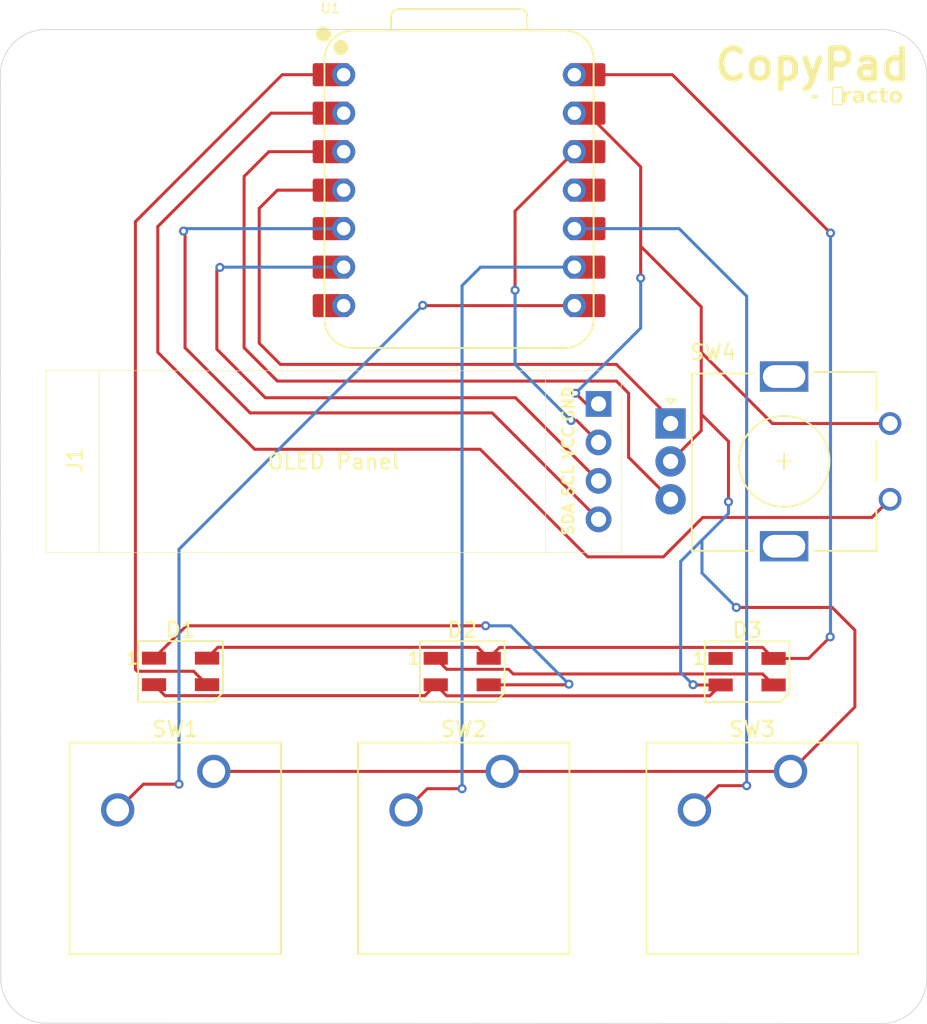
<source format=kicad_pcb>
(kicad_pcb (version 20241229) (generator "pcbnew") (generator_version "9.0")
  (layers (0 "F.Cu" signal) (2 "B.Cu" signal) (13 "F.Paste" user) (15 "B.Paste" user) (5 "F.SilkS" user "F.Silkscreen") (7 "B.SilkS" user "B.Silkscreen") (1 "F.Mask" user) (3 "B.Mask" user) (25 "Edge.Cuts" user))
  (net 0 "")
  (net 1 "+5V")
  (net 2 "Net-(U1-GPIO1{slash}RX)")
  (net 3 "GND")
  (net 4 "Net-(U1-GPIO2{slash}SCK)")
  (net 5 "Net-(U1-GPIO4{slash}MISO)")
  (net 6 "Net-(J1-SDA)")
  (net 8 "+3.3V")
  (net 9 "Net-(J1-SCL)")
  (net 10 "Net-(U1-GPIO29{slash}ADC3{slash}A3)")
  (net 11 "Net-(U1-GPIO28{slash}ADC2{slash}A2)")
  (net 13 "Net-(U1-GPIO27{slash}ADC1{slash}A1)")
  (net 14 "Net-(D1-DOUT)")
  (net 15 "Net-(D1-DIN)")
  (net 16 "Net-(D2-DOUT)")
  (footprint "OPL:XIAO-RP2040-DIP" (layer "F.Cu") (at 136.2 73.6)
    (property "Reference" "U1" (at -8.5 -12 0) (layer "F.SilkS") (effects (font (size 0.635 0.635) (thickness 0.1016))))
    (property "Value" "XIAO-RP2040-DIP")
    (fp_line (start -8.89 8.509) (end -8.89 -8.636) (stroke (width 0.127)) (layer "F.SilkS"))
    (fp_line (start -6.985 10.414) (end 6.985 10.414) (stroke (width 0.127)) (layer "F.SilkS"))
    (fp_line (start -4.495 -10.541) (end -4.491272 -11.451272) (stroke (width 0.127)) (layer "F.SilkS"))
    (fp_line (start -3.991272 -11.951) (end 4.004 -11.951) (stroke (width 0.127)) (layer "F.SilkS"))
    (fp_line (start 4.504 -11.451) (end 4.504 -10.541) (stroke (width 0.127)) (layer "F.SilkS"))
    (fp_line (start 6.985 -10.541) (end -6.985 -10.541) (stroke (width 0.1)) (layer "F.SilkS"))
    (fp_line (start 6.985 -10.541) (end -6.985 -10.541) (stroke (width 0.127)) (layer "F.SilkS"))
    (fp_line (start 8.89 8.509) (end 8.89 -8.636) (stroke (width 0.127)) (layer "F.SilkS"))
    (fp_arc (start -8.89 -8.636) (mid -8.332038 -9.983038) (end -6.985 -10.541) (stroke (width 0.127)) (layer "F.SilkS"))
    (fp_arc (start -6.985 10.414) (mid -8.332038 9.856038) (end -8.89 8.509) (stroke (width 0.127)) (layer "F.SilkS"))
    (fp_arc (start -4.491272 -11.451272) (mid -4.344728 -11.80464) (end -3.991272 -11.951) (stroke (width 0.127)) (layer "F.SilkS"))
    (fp_arc (start 4.004 -11.951) (mid 4.357553 -11.804553) (end 4.504 -11.451) (stroke (width 0.127)) (layer "F.SilkS"))
    (fp_arc (start 6.985 -10.541) (mid 8.332038 -9.983038) (end 8.89 -8.636) (stroke (width 0.127)) (layer "F.SilkS"))
    (fp_arc (start 8.89 8.509) (mid 8.332038 9.856038) (end 6.985 10.414) (stroke (width 0.127)) (layer "F.SilkS"))
    (fp_circle (center -8.95 -10.3) (end -8.95 -10.554) (stroke (width 0.5)) (fill yes) (layer "F.SilkS"))
    (fp_circle (center -7.807 -9.42) (end -7.807 -9.674) (stroke (width 0.5)) (fill yes) (layer "F.SilkS"))
    (pad "1" smd roundrect (at -8.455 -7.62 180) (size 2.432 1.524) (layers "F.Cu" "F.Mask") (roundrect_rratio 0.1) (net 15 "Net-(D1-DIN)"))
    (pad "1" thru_hole circle (at -7.62 -7.62 180) (size 1.524 1.524) (drill 0.889) (layers "*.Cu" "*.Mask") (net 15 "Net-(D1-DIN)"))
    (pad "2" smd roundrect (at -8.455 -5.08 180) (size 2.432 1.524) (layers "F.Cu" "F.Mask") (roundrect_rratio 0.1) (net 13 "Net-(U1-GPIO27{slash}ADC1{slash}A1)"))
    (pad "2" thru_hole circle (at -7.62 -5.08 180) (size 1.524 1.524) (drill 0.889) (layers "*.Cu" "*.Mask") (net 13 "Net-(U1-GPIO27{slash}ADC1{slash}A1)"))
    (pad "3" smd roundrect (at -8.455 -2.54 180) (size 2.432 1.524) (layers "F.Cu" "F.Mask") (roundrect_rratio 0.1) (net 11 "Net-(U1-GPIO28{slash}ADC2{slash}A2)"))
    (pad "3" thru_hole circle (at -7.62 -2.54 180) (size 1.524 1.524) (drill 0.889) (layers "*.Cu" "*.Mask") (net 11 "Net-(U1-GPIO28{slash}ADC2{slash}A2)"))
    (pad "4" smd roundrect (at -8.455 0 180) (size 2.432 1.524) (layers "F.Cu" "F.Mask") (roundrect_rratio 0.1) (net 10 "Net-(U1-GPIO29{slash}ADC3{slash}A3)"))
    (pad "4" thru_hole circle (at -7.62 0 180) (size 1.524 1.524) (drill 0.889) (layers "*.Cu" "*.Mask") (net 10 "Net-(U1-GPIO29{slash}ADC3{slash}A3)"))
    (pad "5" smd roundrect (at -8.455 2.54 180) (size 2.432 1.524) (layers "F.Cu" "F.Mask") (roundrect_rratio 0.1) (net 6 "Net-(J1-SDA)"))
    (pad "5" thru_hole circle (at -7.62 2.54 180) (size 1.524 1.524) (drill 0.889) (layers "*.Cu" "*.Mask") (net 6 "Net-(J1-SDA)"))
    (pad "6" smd roundrect (at -8.455 5.08 180) (size 2.432 1.524) (layers "F.Cu" "F.Mask") (roundrect_rratio 0.1) (net 9 "Net-(J1-SCL)"))
    (pad "6" thru_hole circle (at -7.62 5.08 180) (size 1.524 1.524) (drill 0.889) (layers "*.Cu" "*.Mask") (net 9 "Net-(J1-SCL)"))
    (pad "7" smd roundrect (at -8.455 7.62 180) (size 2.432 1.524) (layers "F.Cu" "F.Mask") (roundrect_rratio 0.1))
    (pad "7" thru_hole circle (at -7.62 7.62 180) (size 1.524 1.524) (drill 0.889) (layers "*.Cu" "*.Mask"))
    (pad "8" thru_hole circle (at 7.62 7.62) (size 1.524 1.524) (drill 0.889) (layers "*.Cu" "*.Mask") (net 2 "Net-(U1-GPIO1{slash}RX)"))
    (pad "8" smd roundrect (at 8.455 7.62) (size 2.432 1.524) (layers "F.Cu" "F.Mask") (roundrect_rratio 0.1) (net 2 "Net-(U1-GPIO1{slash}RX)"))
    (pad "9" thru_hole circle (at 7.62 5.08) (size 1.524 1.524) (drill 0.889) (layers "*.Cu" "*.Mask") (net 4 "Net-(U1-GPIO2{slash}SCK)"))
    (pad "9" smd roundrect (at 8.455 5.08) (size 2.432 1.524) (layers "F.Cu" "F.Mask") (roundrect_rratio 0.1) (net 4 "Net-(U1-GPIO2{slash}SCK)"))
    (pad "10" thru_hole circle (at 7.62 2.54) (size 1.524 1.524) (drill 0.889) (layers "*.Cu" "*.Mask") (net 5 "Net-(U1-GPIO4{slash}MISO)"))
    (pad "10" smd roundrect (at 8.455 2.54) (size 2.432 1.524) (layers "F.Cu" "F.Mask") (roundrect_rratio 0.1) (net 5 "Net-(U1-GPIO4{slash}MISO)"))
    (pad "11" thru_hole circle (at 7.62 0) (size 1.524 1.524) (drill 0.889) (layers "*.Cu" "*.Mask"))
    (pad "11" smd roundrect (at 8.455 0) (size 2.432 1.524) (layers "F.Cu" "F.Mask") (roundrect_rratio 0.1))
    (pad "12" thru_hole circle (at 7.62 -2.54) (size 1.524 1.524) (drill 0.889) (layers "*.Cu" "*.Mask") (net 8 "+3.3V"))
    (pad "12" smd roundrect (at 8.455 -2.54) (size 2.432 1.524) (layers "F.Cu" "F.Mask") (roundrect_rratio 0.1) (net 8 "+3.3V"))
    (pad "13" thru_hole circle (at 7.62 -5.08) (size 1.524 1.524) (drill 0.889) (layers "*.Cu" "*.Mask") (net 3 "GND"))
    (pad "13" smd roundrect (at 8.455 -5.08) (size 2.432 1.524) (layers "F.Cu" "F.Mask") (roundrect_rratio 0.1) (net 3 "GND"))
    (pad "14" thru_hole circle (at 7.62 -7.62) (size 1.524 1.524) (drill 0.889) (layers "*.Cu" "*.Mask") (net 1 "+5V"))
    (pad "14" smd roundrect (at 8.455 -7.62) (size 2.432 1.524) (layers "F.Cu" "F.Mask") (roundrect_rratio 0.1) (net 1 "+5V"))
  )
  (footprint "RotaryEncoder:RotaryEncoder_Alps_EC11E_Vertical_H20mm" (layer "F.Cu") (at 150.175 89)
    (property "Reference" "SW4" (at 2.8 -4.7 0) (layer "F.SilkS"))
    (property "Value" "RotaryEncoder_Switch")
    (fp_line (start -0.3 -1.6) (end 0.3 -1.6) (stroke (width 0.12)) (layer "F.SilkS"))
    (fp_line (start 0 -1.3) (end -0.3 -1.6) (stroke (width 0.12)) (layer "F.SilkS"))
    (fp_line (start 0.3 -1.6) (end 0 -1.3) (stroke (width 0.12)) (layer "F.SilkS"))
    (fp_line (start 1.4 -3.3) (end 1.4 8.4) (stroke (width 0.12)) (layer "F.SilkS"))
    (fp_line (start 5.5 -3.3) (end 1.4 -3.3) (stroke (width 0.12)) (layer "F.SilkS"))
    (fp_line (start 5.5 8.4) (end 1.4 8.4) (stroke (width 0.12)) (layer "F.SilkS"))
    (fp_line (start 7 2.5) (end 8 2.5) (stroke (width 0.12)) (layer "F.SilkS"))
    (fp_line (start 7.5 2) (end 7.5 3) (stroke (width 0.12)) (layer "F.SilkS"))
    (fp_line (start 9.5 -3.4) (end 13.6 -3.4) (stroke (width 0.12)) (layer "F.SilkS"))
    (fp_line (start 13.6 -3.4) (end 13.6 -0.8) (stroke (width 0.12)) (layer "F.SilkS"))
    (fp_line (start 13.6 1.2) (end 13.6 3.8) (stroke (width 0.12)) (layer "F.SilkS"))
    (fp_line (start 13.6 5.8) (end 13.6 8.4) (stroke (width 0.12)) (layer "F.SilkS"))
    (fp_line (start 13.6 8.4) (end 9.5 8.4) (stroke (width 0.12)) (layer "F.SilkS"))
    (fp_circle (center 7.5 2.5) (end 10.5 2.5) (stroke (width 0.12)) (fill no) (layer "F.SilkS"))
    (pad "A" thru_hole rect (at 0 0) (size 2 2) (drill 1) (layers "*.Cu" "*.Mask") (net 10 "Net-(U1-GPIO29{slash}ADC3{slash}A3)"))
    (pad "B" thru_hole circle (at 0 5) (size 2 2) (drill 1) (layers "*.Cu" "*.Mask") (net 11 "Net-(U1-GPIO28{slash}ADC2{slash}A2)"))
    (pad "C" thru_hole circle (at 0 2.5) (size 2 2) (drill 1) (layers "*.Cu" "*.Mask") (net 3 "GND"))
    (pad "MP" thru_hole rect (at 7.5 -3.1) (size 3.2 2) (drill oval 2.8 1.5) (layers "*.Cu" "*.Mask"))
    (pad "MP" thru_hole rect (at 7.5 8.1) (size 3.2 2) (drill oval 2.8 1.5) (layers "*.Cu" "*.Mask"))
    (pad "S1" thru_hole circle (at 14.5 0) (size 1.5 1.5) (drill 1) (layers "*.Cu" "*.Mask") (net 3 "GND"))
    (pad "S2" thru_hole circle (at 14.5 5) (size 1.5 1.5) (drill 1) (layers "*.Cu" "*.Mask") (net 13 "Net-(U1-GPIO27{slash}ADC1{slash}A1)"))
  )
  (footprint "LED_SMD:LED_SK6812MINI_PLCC4_3.5x3.5mm_P1.75mm" (layer "F.Cu") (at 117.8 105.36)
    (property "Reference" "D1" (at 0 -2.75 0) (layer "F.SilkS"))
    (property "Value" "SK6812MINI")
    (fp_line (start -2.8 -2) (end -2.8 2) (stroke (width 0.12)) (layer "F.SilkS"))
    (fp_line (start -2.8 -2) (end 2.8 -2) (stroke (width 0.12)) (layer "F.SilkS"))
    (fp_line (start -2.8 2) (end 2.2 2) (stroke (width 0.12)) (layer "F.SilkS"))
    (fp_line (start 2.8 1.4) (end 2.2 2) (stroke (width 0.12)) (layer "F.SilkS"))
    (fp_line (start 2.8 1.4) (end 2.8 -2) (stroke (width 0.12)) (layer "F.SilkS"))
    (fp_text user "1" (at -3.2 -0.875 0) (layer "F.SilkS") (effects (font (size 0.8 0.8))))
    (pad "1" smd rect (at -1.75 -0.875) (size 1.6 0.85) (layers "F.Cu" "F.Mask" "F.Paste") (net 14 "Net-(D1-DOUT)"))
    (pad "2" smd rect (at -1.75 0.875) (size 1.6 0.85) (layers "F.Cu" "F.Mask" "F.Paste") (net 3 "GND"))
    (pad "3" smd rect (at 1.75 0.875) (size 1.6 0.85) (layers "F.Cu" "F.Mask" "F.Paste") (net 15 "Net-(D1-DIN)"))
    (pad "4" smd rect (at 1.75 -0.875) (size 1.6 0.85) (layers "F.Cu" "F.Mask" "F.Paste") (net 1 "+5V"))
  )
  (footprint "LED_SMD:LED_SK6812MINI_PLCC4_3.5x3.5mm_P1.75mm" (layer "F.Cu") (at 136.41 105.37)
    (property "Reference" "D2" (at 0 -2.75 0) (layer "F.SilkS"))
    (property "Value" "SK6812MINI")
    (fp_line (start -2.8 -2) (end -2.8 2) (stroke (width 0.12)) (layer "F.SilkS"))
    (fp_line (start -2.8 -2) (end 2.8 -2) (stroke (width 0.12)) (layer "F.SilkS"))
    (fp_line (start -2.8 2) (end 2.2 2) (stroke (width 0.12)) (layer "F.SilkS"))
    (fp_line (start 2.8 1.4) (end 2.2 2) (stroke (width 0.12)) (layer "F.SilkS"))
    (fp_line (start 2.8 1.4) (end 2.8 -2) (stroke (width 0.12)) (layer "F.SilkS"))
    (fp_text user "1" (at -3.2 -0.875 0) (layer "F.SilkS") (effects (font (size 0.8 0.8))))
    (pad "1" smd rect (at -1.75 -0.875) (size 1.6 0.85) (layers "F.Cu" "F.Mask" "F.Paste") (net 16 "Net-(D2-DOUT)"))
    (pad "2" smd rect (at -1.75 0.875) (size 1.6 0.85) (layers "F.Cu" "F.Mask" "F.Paste") (net 3 "GND"))
    (pad "3" smd rect (at 1.75 0.875) (size 1.6 0.85) (layers "F.Cu" "F.Mask" "F.Paste") (net 14 "Net-(D1-DOUT)"))
    (pad "4" smd rect (at 1.75 -0.875) (size 1.6 0.85) (layers "F.Cu" "F.Mask" "F.Paste") (net 1 "+5V"))
  )
  (footprint "Button_Switch_Keyboard:SW_Cherry_MX_1.00u_PCB" (layer "F.Cu") (at 120 111.96)
    (property "Reference" "SW1" (at -2.54 -2.794 0) (layer "F.SilkS"))
    (property "Value" "SW_Push")
    (fp_line (start -9.525 -1.905) (end 4.445 -1.905) (stroke (width 0.12)) (layer "F.SilkS"))
    (fp_line (start -9.525 12.065) (end -9.525 -1.905) (stroke (width 0.12)) (layer "F.SilkS"))
    (fp_line (start 4.445 -1.905) (end 4.445 12.065) (stroke (width 0.12)) (layer "F.SilkS"))
    (fp_line (start 4.445 12.065) (end -9.525 12.065) (stroke (width 0.12)) (layer "F.SilkS"))
    (pad "" np_thru_hole circle (at -7.62 5.08) (size 1.7 1.7) (drill 1.7) (layers "*.Cu" "*.Mask"))
    (pad "" np_thru_hole circle (at -2.54 5.08) (size 4 4) (drill 4) (layers "*.Cu" "*.Mask"))
    (pad "" np_thru_hole circle (at 2.54 5.08) (size 1.7 1.7) (drill 1.7) (layers "*.Cu" "*.Mask"))
    (pad "1" thru_hole circle (at 0 0) (size 2.2 2.2) (drill 1.5) (layers "*.Cu" "*.Mask") (net 3 "GND"))
    (pad "2" thru_hole circle (at -6.35 2.54) (size 2.2 2.2) (drill 1.5) (layers "*.Cu" "*.Mask") (net 2 "Net-(U1-GPIO1{slash}RX)"))
  )
  (footprint "Button_Switch_Keyboard:SW_Cherry_MX_1.00u_PCB" (layer "F.Cu") (at 158.1 111.96)
    (property "Reference" "SW3" (at -2.54 -2.794 0) (layer "F.SilkS"))
    (property "Value" "SW_Push")
    (fp_line (start -9.525 -1.905) (end 4.445 -1.905) (stroke (width 0.12)) (layer "F.SilkS"))
    (fp_line (start -9.525 12.065) (end -9.525 -1.905) (stroke (width 0.12)) (layer "F.SilkS"))
    (fp_line (start 4.445 -1.905) (end 4.445 12.065) (stroke (width 0.12)) (layer "F.SilkS"))
    (fp_line (start 4.445 12.065) (end -9.525 12.065) (stroke (width 0.12)) (layer "F.SilkS"))
    (pad "" np_thru_hole circle (at -7.62 5.08) (size 1.7 1.7) (drill 1.7) (layers "*.Cu" "*.Mask"))
    (pad "" np_thru_hole circle (at -2.54 5.08) (size 4 4) (drill 4) (layers "*.Cu" "*.Mask"))
    (pad "" np_thru_hole circle (at 2.54 5.08) (size 1.7 1.7) (drill 1.7) (layers "*.Cu" "*.Mask"))
    (pad "1" thru_hole circle (at 0 0) (size 2.2 2.2) (drill 1.5) (layers "*.Cu" "*.Mask") (net 3 "GND"))
    (pad "2" thru_hole circle (at -6.35 2.54) (size 2.2 2.2) (drill 1.5) (layers "*.Cu" "*.Mask") (net 5 "Net-(U1-GPIO4{slash}MISO)"))
  )
  (footprint "OLED:SSD1306-0.91-OLED-4pin-128x32" (layer "F.Cu") (at 108.915 85.515)
    (property "Reference" "J1" (at 1.9 5.91 90) (layer "F.SilkS"))
    (property "Value" "OLED_128x32")
    (fp_line (start 0 0) (end 0 12) (stroke (width 0.04)) (layer "F.SilkS"))
    (fp_line (start 0 12) (end 38 12) (stroke (width 0.04)) (layer "F.SilkS"))
    (fp_line (start 3.5 0) (end 3.5 12) (stroke (width 0.04)) (layer "F.SilkS"))
    (fp_line (start 33 0) (end 33 12) (stroke (width 0.04)) (layer "F.SilkS"))
    (fp_line (start 38 0) (end 0 0) (stroke (width 0.04)) (layer "F.SilkS"))
    (fp_line (start 38 12) (end 38 0) (stroke (width 0.04)) (layer "F.SilkS"))
    (fp_text user "OLED Panel" (at 19 6 0) (layer "F.SilkS"))
    (fp_text user "VCC" (at 34.5 4.73 270) (layer "F.SilkS") (effects (font (size 0.75 0.75))))
    (fp_text user "SDA" (at 34.5 9.81 270) (layer "F.SilkS") (effects (font (size 0.75 0.75))))
    (fp_text user "SCL" (at 34.5 7.27 270) (layer "F.SilkS") (effects (font (size 0.75 0.75))))
    (fp_text user "GND" (at 34.5 2.19 270) (layer "F.SilkS") (effects (font (size 0.75 0.75))))
    (pad "1" thru_hole rect (at 36.5 2.19) (size 1.7 1.7) (drill 1) (layers "*.Cu" "*.Mask") (net 3 "GND"))
    (pad "2" thru_hole oval (at 36.5 4.73) (size 1.7 1.7) (drill 1) (layers "*.Cu" "*.Mask") (net 8 "+3.3V"))
    (pad "3" thru_hole oval (at 36.5 7.27) (size 1.7 1.7) (drill 1) (layers "*.Cu" "*.Mask") (net 9 "Net-(J1-SCL)"))
    (pad "4" thru_hole oval (at 36.5 9.81) (size 1.7 1.7) (drill 1) (layers "*.Cu" "*.Mask") (net 6 "Net-(J1-SDA)"))
  )
  (footprint "LED_SMD:LED_SK6812MINI_PLCC4_3.5x3.5mm_P1.75mm" (layer "F.Cu") (at 155.23 105.38)
    (property "Reference" "D3" (at 0 -2.75 0) (layer "F.SilkS"))
    (property "Value" "SK6812MINI")
    (fp_line (start -2.8 -2) (end -2.8 2) (stroke (width 0.12)) (layer "F.SilkS"))
    (fp_line (start -2.8 -2) (end 2.8 -2) (stroke (width 0.12)) (layer "F.SilkS"))
    (fp_line (start -2.8 2) (end 2.2 2) (stroke (width 0.12)) (layer "F.SilkS"))
    (fp_line (start 2.8 1.4) (end 2.2 2) (stroke (width 0.12)) (layer "F.SilkS"))
    (fp_line (start 2.8 1.4) (end 2.8 -2) (stroke (width 0.12)) (layer "F.SilkS"))
    (fp_text user "1" (at -3.2 -0.875 0) (layer "F.SilkS") (effects (font (size 0.8 0.8))))
    (pad "1" smd rect (at -1.75 -0.875) (size 1.6 0.85) (layers "F.Cu" "F.Mask" "F.Paste"))
    (pad "2" smd rect (at -1.75 0.875) (size 1.6 0.85) (layers "F.Cu" "F.Mask" "F.Paste") (net 3 "GND"))
    (pad "3" smd rect (at 1.75 0.875) (size 1.6 0.85) (layers "F.Cu" "F.Mask" "F.Paste") (net 16 "Net-(D2-DOUT)"))
    (pad "4" smd rect (at 1.75 -0.875) (size 1.6 0.85) (layers "F.Cu" "F.Mask" "F.Paste") (net 1 "+5V"))
  )
  (footprint "Button_Switch_Keyboard:SW_Cherry_MX_1.00u_PCB" (layer "F.Cu") (at 139.05 111.96)
    (property "Reference" "SW2" (at -2.54 -2.794 0) (layer "F.SilkS"))
    (property "Value" "SW_Push")
    (fp_line (start -9.525 -1.905) (end 4.445 -1.905) (stroke (width 0.12)) (layer "F.SilkS"))
    (fp_line (start -9.525 12.065) (end -9.525 -1.905) (stroke (width 0.12)) (layer "F.SilkS"))
    (fp_line (start 4.445 -1.905) (end 4.445 12.065) (stroke (width 0.12)) (layer "F.SilkS"))
    (fp_line (start 4.445 12.065) (end -9.525 12.065) (stroke (width 0.12)) (layer "F.SilkS"))
    (pad "" np_thru_hole circle (at -7.62 5.08) (size 1.7 1.7) (drill 1.7) (layers "*.Cu" "*.Mask"))
    (pad "" np_thru_hole circle (at -2.54 5.08) (size 4 4) (drill 4) (layers "*.Cu" "*.Mask"))
    (pad "" np_thru_hole circle (at 2.54 5.08) (size 1.7 1.7) (drill 1.7) (layers "*.Cu" "*.Mask"))
    (pad "1" thru_hole circle (at 0 0) (size 2.2 2.2) (drill 1.5) (layers "*.Cu" "*.Mask") (net 3 "GND"))
    (pad "2" thru_hole circle (at -6.35 2.54) (size 2.2 2.2) (drill 1.5) (layers "*.Cu" "*.Mask") (net 4 "Net-(U1-GPIO2{slash}SCK)"))
  )
  (gr_line (start 167.1 66) (end 167.1 125.6) (stroke (width 0.05)) (layer "Edge.Cuts"))
  (gr_arc (start 108.9 128.573214) (mid 106.79762 127.70238) (end 105.926786 125.6) (stroke (width 0.05)) (layer "Edge.Cuts"))
  (gr_line (start 108.9 128.573214) (end 164.1 128.6) (stroke (width 0.05)) (layer "Edge.Cuts"))
  (gr_arc (start 105.9 66) (mid 106.77868 63.87868) (end 108.9 63) (stroke (width 0.05)) (layer "Edge.Cuts"))
  (gr_arc (start 164.1 63) (mid 166.22132 63.87868) (end 167.1 66) (stroke (width 0.05)) (layer "Edge.Cuts"))
  (gr_line (start 164.1 63) (end 108.9 63) (stroke (width 0.05)) (layer "Edge.Cuts"))
  (gr_line (start 105.9 66) (end 105.926786 125.6) (stroke (width 0.05)) (layer "Edge.Cuts"))
  (gr_arc (start 167.1 125.6) (mid 166.22132 127.72132) (end 164.1 128.6) (stroke (width 0.05)) (layer "Edge.Cuts"))
  (gr_text "ヴ" (at 160.79 67.93 0) (layer "F.SilkS") (effects (font (size 1 1) (thickness 0.2) (bold yes)) (justify left bottom)))
  (gr_text "-   racto" (at 159.4 68 0) (layer "F.SilkS") (effects (font (size 1 1) (thickness 0.2) (bold yes)) (justify left bottom)))
  (gr_text "CopyPad" (at 152.9 66.5 0) (layer "F.SilkS") (effects (font (size 2 2) (thickness 0.4) (bold yes)) (justify left bottom)))
  (segment (start 137.434 103.769) (end 138.16 104.495) (width 0.2) (layer "F.Cu") (net 1))
  (segment (start 160.74 76.43) (end 150.29 65.98) (width 0.2) (layer "F.Cu") (net 1))
  (segment (start 150.29 65.98) (end 143.82 65.98) (width 0.2) (layer "F.Cu") (net 1))
  (segment (start 119.55 104.485) (end 120.266 103.769) (width 0.2) (layer "F.Cu") (net 1))
  (segment (start 159.295 104.505) (end 160.72 103.08) (width 0.2) (layer "F.Cu") (net 1))
  (segment (start 138.16 104.495) (end 138.876 103.779) (width 0.2) (layer "F.Cu") (net 1))
  (segment (start 156.98 104.505) (end 159.295 104.505) (width 0.2) (layer "F.Cu") (net 1))
  (segment (start 120.266 103.769) (end 137.434 103.769) (width 0.2) (layer "F.Cu") (net 1))
  (segment (start 138.876 103.779) (end 156.254 103.779) (width 0.2) (layer "F.Cu") (net 1))
  (segment (start 156.254 103.779) (end 156.98 104.505) (width 0.2) (layer "F.Cu") (net 1))
  (via (at 160.74 76.43) (size 0.6) (drill 0.3) (layers "F.Cu" "B.Cu") (net 1))
  (via (at 160.72 103.08) (size 0.6) (drill 0.3) (layers "F.Cu" "B.Cu") (net 1))
  (segment (start 160.74 103.06) (end 160.74 76.43) (width 0.2) (layer "B.Cu") (net 1))
  (segment (start 160.72 103.08) (end 160.74 103.06) (width 0.2) (layer "B.Cu") (net 1))
  (segment (start 133.8 81.2) (end 133.82 81.22) (width 0.2) (layer "F.Cu") (net 2))
  (segment (start 133.82 81.22) (end 143.82 81.22) (width 0.2) (layer "F.Cu") (net 2))
  (segment (start 115.35 112.8) (end 117.7 112.8) (width 0.2) (layer "F.Cu") (net 2))
  (segment (start 113.65 114.5) (end 115.35 112.8) (width 0.2) (layer "F.Cu") (net 2))
  (via (at 133.8 81.2) (size 0.6) (drill 0.3) (layers "F.Cu" "B.Cu") (net 2))
  (via (at 117.7 112.8) (size 0.6) (drill 0.3) (layers "F.Cu" "B.Cu") (net 2))
  (segment (start 117.7 97.3) (end 133.8 81.2) (width 0.2) (layer "B.Cu") (net 2))
  (segment (start 117.7 112.8) (end 117.7 97.3) (width 0.2) (layer "B.Cu") (net 2))
  (segment (start 133.8 81.1) (end 133.8 81.2) (width 0.2) (layer "B.Cu") (net 2))
  (segment (start 148.2 79.4) (end 148.2 77.3) (width 0.2) (layer "F.Cu") (net 3))
  (segment (start 158.1 111.96) (end 162.35 107.71) (width 0.2) (layer "F.Cu") (net 3))
  (segment (start 152.2 88.38) (end 152.2 87.5) (width 0.2) (layer "F.Cu") (net 3))
  (segment (start 162.35 107.71) (end 162.35 107.46) (width 0.2) (layer "F.Cu") (net 3))
  (segment (start 144.655 68.52) (end 143.82 68.52) (width 0.2) (layer "F.Cu") (net 3))
  (segment (start 152.2 84.3) (end 152.2 81.3) (width 0.2) (layer "F.Cu") (net 3))
  (segment (start 151.675 106.255) (end 151.66 106.24) (width 0.2) (layer "F.Cu") (net 3))
  (segment (start 164.675 89) (end 156.9 89) (width 0.2) (layer "F.Cu") (net 3))
  (segment (start 144.605 87.705) (end 143.9 87) (width 0.2) (layer "F.Cu") (net 3))
  (segment (start 134.66 106.245) (end 135.386 106.971) (width 0.2) (layer "F.Cu") (net 3))
  (segment (start 135.386 106.971) (end 152.764 106.971) (width 0.2) (layer "F.Cu") (net 3))
  (segment (start 154 94.17) (end 154 90.18) (width 0.2) (layer "F.Cu") (net 3))
  (segment (start 154 90.18) (end 152.2 88.38) (width 0.2) (layer "F.Cu") (net 3))
  (segment (start 152.764 106.971) (end 153.48 106.255) (width 0.2) (layer "F.Cu") (net 3))
  (segment (start 152.2 81.3) (end 148.2 77.3) (width 0.2) (layer "F.Cu") (net 3))
  (segment (start 116.776 106.961) (end 133.944 106.961) (width 0.2) (layer "F.Cu") (net 3))
  (segment (start 116.05 106.235) (end 116.776 106.961) (width 0.2) (layer "F.Cu") (net 3))
  (segment (start 150.175 91.5) (end 152.2 89.475) (width 0.2) (layer "F.Cu") (net 3))
  (segment (start 152.2 87.5) (end 152.2 84.3) (width 0.2) (layer "F.Cu") (net 3))
  (segment (start 145.415 87.705) (end 144.605 87.705) (width 0.2) (layer "F.Cu") (net 3))
  (segment (start 158.1 111.96) (end 139.05 111.96) (width 0.2) (layer "F.Cu") (net 3))
  (segment (start 153.48 106.255) (end 151.675 106.255) (width 0.2) (layer "F.Cu") (net 3))
  (segment (start 160.85 101.14) (end 154.52 101.14) (width 0.2) (layer "F.Cu") (net 3))
  (segment (start 162.35 102.64) (end 160.85 101.14) (width 0.2) (layer "F.Cu") (net 3))
  (segment (start 133.944 106.961) (end 134.66 106.245) (width 0.2) (layer "F.Cu") (net 3))
  (segment (start 156.9 89) (end 152.2 84.3) (width 0.2) (layer "F.Cu") (net 3))
  (segment (start 139.05 111.96) (end 120 111.96) (width 0.2) (layer "F.Cu") (net 3))
  (segment (start 148.2 77.3) (end 148.2 72.065) (width 0.2) (layer "F.Cu") (net 3))
  (segment (start 162.35 107.46) (end 162.35 102.64) (width 0.2) (layer "F.Cu") (net 3))
  (segment (start 148.2 72.065) (end 144.655 68.52) (width 0.2) (layer "F.Cu") (net 3))
  (segment (start 152.2 89.475) (end 152.2 88.38) (width 0.2) (layer "F.Cu") (net 3))
  (via (at 151.66 106.24) (size 0.6) (drill 0.3) (layers "F.Cu" "B.Cu") (net 3))
  (via (at 143.9 87) (size 0.6) (drill 0.3) (layers "F.Cu" "B.Cu") (net 3))
  (via (at 154 94.17) (size 0.6) (drill 0.3) (layers "F.Cu" "B.Cu") (net 3))
  (via (at 148.2 79.4) (size 0.6) (drill 0.3) (layers "F.Cu" "B.Cu") (net 3))
  (via (at 154.52 101.14) (size 0.6) (drill 0.3) (layers "F.Cu" "B.Cu") (net 3))
  (segment (start 152.25 96.69) (end 154 94.94) (width 0.2) (layer "B.Cu") (net 3))
  (segment (start 148.2 82.7) (end 148.2 79.4) (width 0.2) (layer "B.Cu") (net 3))
  (segment (start 143.9 87) (end 148.2 82.7) (width 0.2) (layer "B.Cu") (net 3))
  (segment (start 152.25 98.87) (end 152.25 96.69) (width 0.2) (layer "B.Cu") (net 3))
  (segment (start 151.66 106.24) (end 150.84 105.42) (width 0.2) (layer "B.Cu") (net 3))
  (segment (start 150.84 98.1) (end 152.25 96.69) (width 0.2) (layer "B.Cu") (net 3))
  (segment (start 150.84 105.42) (end 150.84 98.1) (width 0.2) (layer "B.Cu") (net 3))
  (segment (start 154 94.94) (end 154 94.17) (width 0.2) (layer "B.Cu") (net 3))
  (segment (start 154.52 101.14) (end 152.25 98.87) (width 0.2) (layer "B.Cu") (net 3))
  (segment (start 132.7 114.5) (end 134.1 113.1) (width 0.2) (layer "F.Cu") (net 4))
  (segment (start 134.1 113.1) (end 136.4 113.1) (width 0.2) (layer "F.Cu") (net 4))
  (via (at 136.4 113.1) (size 0.6) (drill 0.3) (layers "F.Cu" "B.Cu") (net 4))
  (segment (start 136.4 113.1) (end 136.4 79.9) (width 0.2) (layer "B.Cu") (net 4))
  (segment (start 136.4 79.9) (end 137.62 78.68) (width 0.2) (layer "B.Cu") (net 4))
  (segment (start 137.62 78.68) (end 143.82 78.68) (width 0.2) (layer "B.Cu") (net 4))
  (segment (start 151.75 114.5) (end 153.35 112.9) (width 0.2) (layer "F.Cu") (net 5))
  (segment (start 153.35 112.9) (end 155.2 112.9) (width 0.2) (layer "F.Cu") (net 5))
  (via (at 155.2 112.9) (size 0.6) (drill 0.3) (layers "F.Cu" "B.Cu") (net 5))
  (segment (start 155.2 112.9) (end 155.2 80.6) (width 0.2) (layer "B.Cu") (net 5))
  (segment (start 155.2 80.6) (end 150.74 76.14) (width 0.2) (layer "B.Cu") (net 5))
  (segment (start 150.74 76.14) (end 143.82 76.14) (width 0.2) (layer "B.Cu") (net 5))
  (segment (start 122.4 88.3) (end 118.1 84) (width 0.2) (layer "F.Cu") (net 6))
  (segment (start 145.415 95.325) (end 138.39 88.3) (width 0.2) (layer "F.Cu") (net 6))
  (segment (start 138.39 88.3) (end 123.4 88.3) (width 0.2) (layer "F.Cu") (net 6))
  (segment (start 123.4 88.3) (end 122.4 88.3) (width 0.2) (layer "F.Cu") (net 6))
  (segment (start 118.1 84) (end 118.1 76.4) (width 0.2) (layer "F.Cu") (net 6))
  (segment (start 118.1 76.4) (end 118 76.3) (width 0.2) (layer "F.Cu") (net 6))
  (via (at 118 76.3) (size 0.6) (drill 0.3) (layers "F.Cu" "B.Cu") (net 6))
  (segment (start 118 76.3) (end 118.16 76.14) (width 0.2) (layer "B.Cu") (net 6))
  (segment (start 118.16 76.14) (end 128.58 76.14) (width 0.2) (layer "B.Cu") (net 6))
  (segment (start 139.9 74.98) (end 143.82 71.06) (width 0.2) (layer "F.Cu") (net 8))
  (segment (start 143.97 88.8) (end 143.6 88.8) (width 0.2) (layer "F.Cu") (net 8))
  (segment (start 145.415 90.245) (end 143.97 88.8) (width 0.2) (layer "F.Cu") (net 8))
  (segment (start 139.9 80.2) (end 139.9 74.98) (width 0.2) (layer "F.Cu") (net 8))
  (via (at 139.9 80.2) (size 0.6) (drill 0.3) (layers "F.Cu" "B.Cu") (net 8))
  (via (at 143.6 88.8) (size 0.6) (drill 0.3) (layers "F.Cu" "B.Cu") (net 8))
  (segment (start 143.6 88.8) (end 139.9 85.1) (width 0.2) (layer "B.Cu") (net 8))
  (segment (start 139.9 85.1) (end 139.9 80.2) (width 0.2) (layer "B.Cu") (net 8))
  (segment (start 145.415 92.785) (end 139.93 87.3) (width 0.2) (layer "F.Cu") (net 9))
  (segment (start 124.2 87.3) (end 123.4 87.3) (width 0.2) (layer "F.Cu") (net 9))
  (segment (start 139.93 87.3) (end 124.2 87.3) (width 0.2) (layer "F.Cu") (net 9))
  (segment (start 123.4 87.3) (end 120.2 84.1) (width 0.2) (layer "F.Cu") (net 9))
  (segment (start 120.2 84.1) (end 120.2 78.9) (width 0.2) (layer "F.Cu") (net 9))
  (segment (start 120.2 78.9) (end 120.4 78.7) (width 0.2) (layer "F.Cu") (net 9))
  (via (at 120.4 78.7) (size 0.6) (drill 0.3) (layers "F.Cu" "B.Cu") (net 9))
  (segment (start 120.42 78.68) (end 128.58 78.68) (width 0.2) (layer "B.Cu") (net 9))
  (segment (start 120.4 78.7) (end 120.42 78.68) (width 0.2) (layer "B.Cu") (net 9))
  (segment (start 150.175 89) (end 150.175 88.675) (width 0.2) (layer "F.Cu") (net 10))
  (segment (start 124.2 73.6) (end 128.58 73.6) (width 0.2) (layer "F.Cu") (net 10))
  (segment (start 123 83.7) (end 123 74.8) (width 0.2) (layer "F.Cu") (net 10))
  (segment (start 146.6 85.1) (end 124.4 85.1) (width 0.2) (layer "F.Cu") (net 10))
  (segment (start 150.175 88.675) (end 146.6 85.1) (width 0.2) (layer "F.Cu") (net 10))
  (segment (start 124.4 85.1) (end 123 83.7) (width 0.2) (layer "F.Cu") (net 10))
  (segment (start 123 74.8) (end 124.2 73.6) (width 0.2) (layer "F.Cu") (net 10))
  (segment (start 122 72.7) (end 123.64 71.06) (width 0.2) (layer "F.Cu") (net 11))
  (segment (start 150.175 94) (end 147.4 91.225) (width 0.2) (layer "F.Cu") (net 11))
  (segment (start 122 84) (end 122 72.7) (width 0.2) (layer "F.Cu") (net 11))
  (segment (start 147.4 91.225) (end 147.4 87) (width 0.2) (layer "F.Cu") (net 11))
  (segment (start 124.2 86.2) (end 122 84) (width 0.2) (layer "F.Cu") (net 11))
  (segment (start 146.6 86.2) (end 124.2 86.2) (width 0.2) (layer "F.Cu") (net 11))
  (segment (start 123.64 71.06) (end 128.58 71.06) (width 0.2) (layer "F.Cu") (net 11))
  (segment (start 147.4 87) (end 146.6 86.2) (width 0.2) (layer "F.Cu") (net 11))
  (segment (start 163.475 95.2) (end 152.3 95.2) (width 0.2) (layer "F.Cu") (net 13))
  (segment (start 122.7 90.7) (end 116.3 84.3) (width 0.2) (layer "F.Cu") (net 13))
  (segment (start 116.3 84.3) (end 116.3 76) (width 0.2) (layer "F.Cu") (net 13))
  (segment (start 149.7 97.8) (end 144.7 97.8) (width 0.2) (layer "F.Cu") (net 13))
  (segment (start 152.3 95.2) (end 149.7 97.8) (width 0.2) (layer "F.Cu") (net 13))
  (segment (start 164.675 94) (end 163.475 95.2) (width 0.2) (layer "F.Cu") (net 13))
  (segment (start 137.6 90.7) (end 122.7 90.7) (width 0.2) (layer "F.Cu") (net 13))
  (segment (start 116.3 76) (end 123.78 68.52) (width 0.2) (layer "F.Cu") (net 13))
  (segment (start 144.7 97.8) (end 137.6 90.7) (width 0.2) (layer "F.Cu") (net 13))
  (segment (start 123.78 68.52) (end 128.58 68.52) (width 0.2) (layer "F.Cu") (net 13))
  (segment (start 143.46 106.2) (end 143.415 106.245) (width 0.2) (layer "F.Cu") (net 14))
  (segment (start 118.185 102.35) (end 137.96 102.35) (width 0.2) (layer "F.Cu") (net 14))
  (segment (start 143.415 106.245) (end 138.16 106.245) (width 0.2) (layer "F.Cu") (net 14))
  (segment (start 116.05 104.485) (end 118.185 102.35) (width 0.2) (layer "F.Cu") (net 14))
  (via (at 137.96 102.35) (size 0.6) (drill 0.3) (layers "F.Cu" "B.Cu") (net 14))
  (via (at 143.46 106.2) (size 0.6) (drill 0.3) (layers "F.Cu" "B.Cu") (net 14))
  (segment (start 139.61 102.35) (end 143.46 106.2) (width 0.2) (layer "B.Cu") (net 14))
  (segment (start 137.96 102.35) (end 139.61 102.35) (width 0.2) (layer "B.Cu") (net 14))
  (segment (start 124.52 65.98) (end 128.58 65.98) (width 0.2) (layer "F.Cu") (net 15))
  (segment (start 119.55 106.235) (end 118.665 105.35) (width 0.2) (layer "F.Cu") (net 15))
  (segment (start 118.665 105.35) (end 114.94 105.35) (width 0.2) (layer "F.Cu") (net 15))
  (segment (start 114.82 75.68) (end 124.52 65.98) (width 0.2) (layer "F.Cu") (net 15))
  (segment (start 114.82 105.23) (end 114.82 75.68) (width 0.2) (layer "F.Cu") (net 15))
  (segment (start 114.94 105.35) (end 114.82 105.23) (width 0.2) (layer "F.Cu") (net 15))
  (segment (start 156.98 106.255) (end 156.254 105.529) (width 0.2) (layer "F.Cu") (net 16))
  (segment (start 156.254 105.529) (end 139.779 105.529) (width 0.2) (layer "F.Cu") (net 16))
  (segment (start 139.779 105.529) (end 139.471 105.221) (width 0.2) (layer "F.Cu") (net 16))
  (segment (start 139.471 105.221) (end 135.386 105.221) (width 0.2) (layer "F.Cu") (net 16))
  (segment (start 135.386 105.221) (end 134.66 104.495) (width 0.2) (layer "F.Cu") (net 16))
)
</source>
